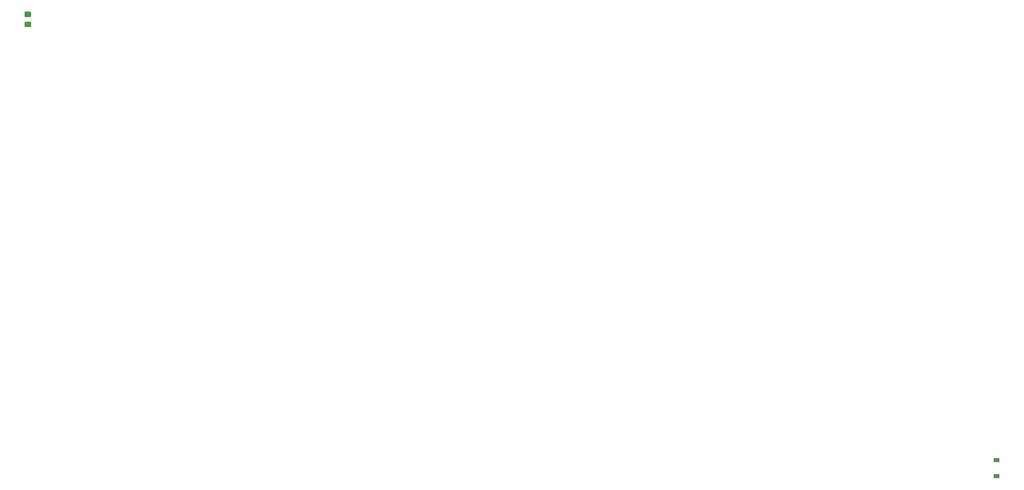
<source format=gtp>
G04 #@! TF.GenerationSoftware,KiCad,Pcbnew,5.1.12-1.fc34*
G04 #@! TF.CreationDate,2021-12-19T18:48:49+02:00*
G04 #@! TF.ProjectId,slash_right,736c6173-685f-4726-9967-68742e6b6963,rev?*
G04 #@! TF.SameCoordinates,Original*
G04 #@! TF.FileFunction,Paste,Top*
G04 #@! TF.FilePolarity,Positive*
%FSLAX46Y46*%
G04 Gerber Fmt 4.6, Leading zero omitted, Abs format (unit mm)*
G04 Created by KiCad (PCBNEW 5.1.12-1.fc34) date 2021-12-19 18:48:49*
%MOMM*%
%LPD*%
G01*
G04 APERTURE LIST*
%ADD10R,1.200000X0.900000*%
G04 APERTURE END LIST*
G36*
G01*
X38639999Y-34290000D02*
X39540001Y-34290000D01*
G75*
G02*
X39790000Y-34539999I0J-249999D01*
G01*
X39790000Y-35190001D01*
G75*
G02*
X39540001Y-35440000I-249999J0D01*
G01*
X38639999Y-35440000D01*
G75*
G02*
X38390000Y-35190001I0J249999D01*
G01*
X38390000Y-34539999D01*
G75*
G02*
X38639999Y-34290000I249999J0D01*
G01*
G37*
G36*
G01*
X38639999Y-32240000D02*
X39540001Y-32240000D01*
G75*
G02*
X39790000Y-32489999I0J-249999D01*
G01*
X39790000Y-33140001D01*
G75*
G02*
X39540001Y-33390000I-249999J0D01*
G01*
X38639999Y-33390000D01*
G75*
G02*
X38390000Y-33140001I0J249999D01*
G01*
X38390000Y-32489999D01*
G75*
G02*
X38639999Y-32240000I249999J0D01*
G01*
G37*
D10*
X239290000Y-125020000D03*
X239290000Y-128320000D03*
M02*

</source>
